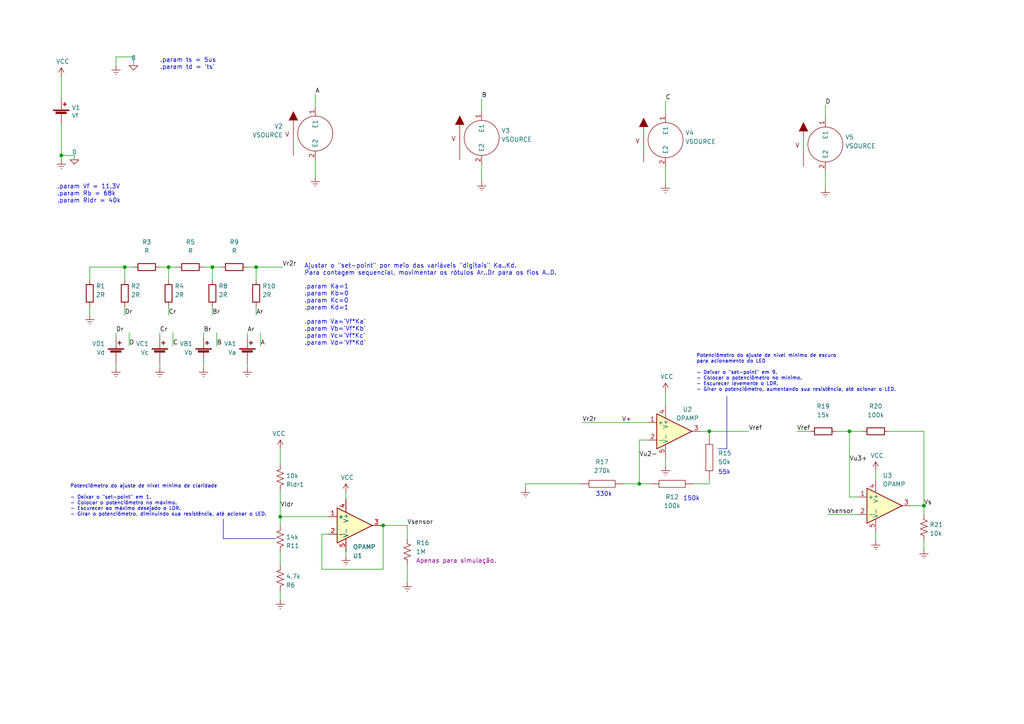
<source format=kicad_sch>
(kicad_sch (version 20230121) (generator eeschema)
  (paper "A4")
  (lib_symbols
    (symbol "Device:Battery_Cell" (pin_numbers hide) (pin_names (offset 0) hide)
      (property "Reference" "BT" (at 2.54 2.54 0))
      (property "Value" "Battery_Cell" (at 2.54 0 0))
      (symbol "Battery_Cell_0_1"
        (rectangle (start -2.286 1.778) (end 2.286 1.524) (fill (type outline)))
        (rectangle (start -1.5748 1.1938) (end 1.4732 0.6858) (fill (type outline)))
        (polyline (pts (xy 0 0.762) (xy 0 0)))
        (polyline (pts (xy 0 1.778) (xy 0 2.54)))
        (polyline (pts (xy 0.508 3.429) (xy 1.524 3.429)) (stroke (width 0.254)))
        (polyline (pts (xy 1.016 3.937) (xy 1.016 2.921)) (stroke (width 0.254)))
      )
      (symbol "Battery_Cell_1_1"
        (pin passive line (at 0 5.08 270) (length 2.54) (name "+") (number "1"))
        (pin passive line (at 0 -2.54 90) (length 2.54) (name "-") (number "2"))
      )
    )
    (symbol "Device:R" (pin_numbers hide) (pin_names (offset 0))
      (property "Reference" "R" (at 2.032 0 90))
      (property "Value" "R" (at 0 0 90))
      (symbol "R_0_1"
        (rectangle (start -1.016 -2.54) (end 1.016 2.54) (stroke (width 0.254)))
      )
      (symbol "R_1_1"
        (pin passive line (at 0 3.81 270) (length 1.27) (name "~") (number "1"))
        (pin passive line (at 0 -3.81 90) (length 1.27) (name "~") (number "2"))
      )
    )
    (symbol "Device:R_US" (pin_numbers hide) (pin_names (offset 0))
      (property "Reference" "R" (at 2.54 0 90))
      (property "Value" "R_US" (at -2.54 0 90))
      (symbol "R_US_0_1"
        (polyline (pts (xy 0 -2.286) (xy 0 -2.54)))
        (polyline (pts (xy 0 2.286) (xy 0 2.54)))
        (polyline (pts (xy 0 -0.762) (xy 1.016 -1.143) (xy 0 -1.524) (xy -1.016 -1.905) (xy 0 -2.286)))
        (polyline (pts (xy 0 0.762) (xy 1.016 0.381) (xy 0 0) (xy -1.016 -0.381) (xy 0 -0.762)))
        (polyline (pts (xy 0 2.286) (xy 1.016 1.905) (xy 0 1.524) (xy -1.016 1.143) (xy 0 0.762)))
      )
      (symbol "R_US_1_1"
        (pin passive line (at 0 3.81 270) (length 1.27) (name "~") (number "1"))
        (pin passive line (at 0 -3.81 90) (length 1.27) (name "~") (number "2"))
      )
    )
    (symbol "Simulation_SPICE:OPAMP" (pin_names (offset 0.254))
      (property "Reference" "U" (at 3.81 3.175 0))
      (property "Value" "OPAMP" (at 3.81 -3.175 0))
      (symbol "OPAMP_0_1"
        (polyline (pts (xy 5.08 0) (xy -5.08 5.08) (xy -5.08 -5.08) (xy 5.08 0)) (stroke (width 0.254)) (fill (type background)))
      )
      (symbol "OPAMP_1_1"
        (pin input line (at -7.62 2.54 0) (length 2.54) (name "+") (number "1"))
        (pin input line (at -7.62 -2.54 0) (length 2.54) (name "-") (number "2"))
        (pin output line (at 7.62 0 180) (length 2.54) (name "~") (number "3"))
        (pin power_in line (at -2.54 7.62 270) (length 3.81) (name "V+") (number "4"))
        (pin power_in line (at -2.54 -7.62 90) (length 3.81) (name "V-") (number "5"))
      )
    )
    (symbol "power:Earth" (power) (pin_names (offset 0))
      (symbol "Earth_0_1"
        (polyline (pts (xy -0.635 -1.905) (xy 0.635 -1.905)))
        (polyline (pts (xy -0.127 -2.54) (xy 0.127 -2.54)))
        (polyline (pts (xy 0 -1.27) (xy 0 0)))
        (polyline (pts (xy 1.27 -1.27) (xy -1.27 -1.27)))
      )
      (symbol "Earth_1_1"
        (pin power_in line (at 0 0 270) (length 0) hide (name "Earth") (number "1"))
      )
    )
    (symbol "power:VCC" (power) (pin_names (offset 0))
      (property "Value" "VCC" (at 0 3.81 0))
      (symbol "VCC_0_1"
        (polyline (pts (xy -0.762 1.27) (xy 0 2.54)))
        (polyline (pts (xy 0 0) (xy 0 2.54)))
        (polyline (pts (xy 0 2.54) (xy 0.762 1.27)))
      )
      (symbol "VCC_1_1"
        (pin power_in line (at 0 0 90) (length 0) hide (name "VCC") (number "1"))
      )
    )
    (symbol "pspice:0" (power) (pin_names (offset 0))
      (property "Value" "0" (at 0 -1.778 0))
      (symbol "0_0_1"
        (polyline (pts (xy -1.27 0) (xy 0 -1.27) (xy 1.27 0) (xy -1.27 0)))
      )
      (symbol "0_1_1"
        (pin power_in line (at 0 0 0) (length 0) hide (name "0") (number "1"))
      )
    )
    (symbol "pspice:R" (pin_numbers hide) (pin_names (offset 0))
      (property "Reference" "R" (at 2.032 0 90))
      (property "Value" "R" (at 0 0 90))
      (symbol "R_0_1"
        (rectangle (start -1.016 3.81) (end 1.016 -3.81))
      )
      (symbol "R_1_1"
        (pin passive line (at 0 6.35 270) (length 2.54) (name "~") (number "1"))
        (pin passive line (at 0 -6.35 90) (length 2.54) (name "~") (number "2"))
      )
    )
    (symbol "pspice:VSOURCE" (pin_names (offset 1.016))
      (property "Reference" "V" (at -6.35 7.62 0))
      (property "Value" "VSOURCE" (at 0 0 0))
      (symbol "VSOURCE_0_1"
        (polyline (pts (xy -6.35 -6.35) (xy -6.35 3.81)) (fill (type outline)))
        (polyline (pts (xy -7.62 3.81) (xy -6.35 6.35) (xy -5.08 3.81)) (fill (type outline)))
        (circle (center 0 0) (radius 5.08))
        (text "V" (at -8.128 -0.254 0) (effects (font (size 1.27 1.27))))
      )
      (symbol "VSOURCE_1_1"
        (pin input line (at 0 7.62 270) (length 2.54) (name "E1") (number "1"))
        (pin input line (at 0 -7.62 90) (length 2.54) (name "E2") (number "2"))
      )
    )
  )
  (junction (at 111.125 152.4))
  (junction (at 36.195 77.47))
  (junction (at 61.595 77.47))
  (junction (at 246.38 125.095))
  (junction (at 267.97 146.685))
  (junction (at 74.295 77.47))
  (junction (at 17.78 45.085))
  (junction (at 81.28 149.86))
  (junction (at 185.42 140.335))
  (junction (at 48.895 77.47))
  (junction (at 205.74 125.095))
  (wire (pts (xy 254 154.305) (xy 254 156.845)))
  (wire (pts (xy 110.49 152.4) (xy 111.125 152.4)))
  (wire (pts (xy 26.035 77.47) (xy 36.195 77.47)))
  (wire (pts (xy 193.04 113.665) (xy 193.04 117.475)))
  (wire (pts (xy 62.865 100.33) (xy 62.865 96.52)))
  (wire (pts (xy 205.74 125.095) (xy 205.74 126.365)))
  (wire (pts (xy 59.055 77.47) (xy 61.595 77.47)))
  (wire (pts (xy 152.4 141.605) (xy 152.4 140.335)))
  (wire (pts (xy 93.345 154.94) (xy 93.345 165.1)))
  (wire (pts (xy 33.655 105.41) (xy 33.655 106.68)))
  (wire (pts (xy 257.81 125.095) (xy 267.97 125.095)))
  (wire (pts (xy 100.33 142.875) (xy 100.33 144.78)))
  (wire (pts (xy 48.895 88.9) (xy 48.895 91.44)))
  (wire (pts (xy 267.97 156.845) (xy 267.97 159.385)))
  (wire (pts (xy 50.165 100.33) (xy 50.165 96.52)))
  (wire (pts (xy 254 136.525) (xy 254 139.065)))
  (wire (pts (xy 21.59 45.085) (xy 21.59 46.355)))
  (wire (pts (xy 239.395 30.48) (xy 239.395 34.29)))
  (wire (pts (xy 71.755 77.47) (xy 74.295 77.47)))
  (wire (pts (xy 81.28 173.99) (xy 81.28 171.45)))
  (wire (pts (xy 26.035 91.44) (xy 26.035 88.9)))
  (wire (pts (xy 74.295 77.47) (xy 74.295 81.28)))
  (wire (pts (xy 61.595 77.47) (xy 64.135 77.47)))
  (wire (pts (xy 74.295 77.47) (xy 81.915 77.47)))
  (wire (pts (xy 59.055 96.52) (xy 59.055 97.79)))
  (wire (pts (xy 118.11 163.83) (xy 118.11 168.91)))
  (wire (pts (xy 193.04 135.255) (xy 193.04 132.715)))
  (wire (pts (xy 240.03 149.225) (xy 248.92 149.225)))
  (wire (pts (xy 139.7 47.625) (xy 139.7 52.705)))
  (polyline (pts (xy 208.28 130.175) (xy 210.82 130.175)))
  (wire (pts (xy 59.055 105.41) (xy 59.055 106.68)))
  (wire (pts (xy 71.755 105.41) (xy 71.755 106.68)))
  (wire (pts (xy 205.74 125.095) (xy 217.17 125.095)))
  (wire (pts (xy 111.125 152.4) (xy 118.11 152.4)))
  (wire (pts (xy 81.28 152.4) (xy 81.28 149.86)))
  (wire (pts (xy 75.565 96.52) (xy 75.565 100.33)))
  (wire (pts (xy 168.91 122.555) (xy 187.96 122.555)))
  (wire (pts (xy 33.655 96.52) (xy 33.655 97.79)))
  (wire (pts (xy 36.195 88.9) (xy 36.195 91.44)))
  (wire (pts (xy 74.295 88.9) (xy 74.295 91.44)))
  (wire (pts (xy 36.195 77.47) (xy 38.735 77.47)))
  (wire (pts (xy 239.395 49.53) (xy 239.395 54.61)))
  (wire (pts (xy 26.035 81.28) (xy 26.035 77.47)))
  (wire (pts (xy 246.38 125.095) (xy 250.19 125.095)))
  (polyline (pts (xy 210.82 114.935) (xy 210.82 130.175)))
  (wire (pts (xy 71.755 96.52) (xy 71.755 97.79)))
  (wire (pts (xy 38.735 16.51) (xy 38.735 19.05)))
  (wire (pts (xy 17.78 45.085) (xy 21.59 45.085)))
  (wire (pts (xy 231.14 125.095) (xy 234.95 125.095)))
  (wire (pts (xy 48.895 81.28) (xy 48.895 77.47)))
  (wire (pts (xy 193.04 29.21) (xy 193.04 33.02)))
  (wire (pts (xy 81.28 134.62) (xy 81.28 130.175)))
  (wire (pts (xy 185.42 140.335) (xy 185.42 127.635)))
  (wire (pts (xy 46.355 96.52) (xy 46.355 97.79)))
  (wire (pts (xy 152.4 140.335) (xy 168.275 140.335)))
  (wire (pts (xy 61.595 88.9) (xy 61.595 91.44)))
  (wire (pts (xy 246.38 144.145) (xy 246.38 125.095)))
  (wire (pts (xy 81.28 149.86) (xy 81.28 142.24)))
  (wire (pts (xy 33.655 19.05) (xy 33.655 16.51)))
  (wire (pts (xy 81.28 149.86) (xy 95.25 149.86)))
  (wire (pts (xy 81.28 163.83) (xy 81.28 160.02)))
  (wire (pts (xy 93.345 165.1) (xy 111.125 165.1)))
  (wire (pts (xy 17.78 46.355) (xy 17.78 45.085)))
  (wire (pts (xy 91.44 27.305) (xy 91.44 31.115)))
  (wire (pts (xy 203.2 125.095) (xy 205.74 125.095)))
  (wire (pts (xy 180.975 140.335) (xy 185.42 140.335)))
  (wire (pts (xy 33.655 16.51) (xy 38.735 16.51)))
  (wire (pts (xy 242.57 125.095) (xy 246.38 125.095)))
  (wire (pts (xy 17.78 36.195) (xy 17.78 45.085)))
  (polyline (pts (xy 64.77 150.495) (xy 64.77 156.21)))
  (wire (pts (xy 193.04 48.26) (xy 193.04 53.34)))
  (wire (pts (xy 37.465 100.33) (xy 37.465 96.52)))
  (wire (pts (xy 185.42 140.335) (xy 188.595 140.335)))
  (wire (pts (xy 205.74 139.065) (xy 205.74 140.335)))
  (wire (pts (xy 100.33 160.02) (xy 100.33 161.29)))
  (wire (pts (xy 139.7 28.575) (xy 139.7 32.385)))
  (wire (pts (xy 46.355 105.41) (xy 46.355 106.68)))
  (wire (pts (xy 95.25 154.94) (xy 93.345 154.94)))
  (wire (pts (xy 91.44 46.355) (xy 91.44 51.435)))
  (wire (pts (xy 267.97 125.095) (xy 267.97 146.685)))
  (polyline (pts (xy 80.01 156.21) (xy 64.77 156.21)))
  (wire (pts (xy 36.195 81.28) (xy 36.195 77.47)))
  (wire (pts (xy 46.355 77.47) (xy 48.895 77.47)))
  (wire (pts (xy 111.125 165.1) (xy 111.125 152.4)))
  (wire (pts (xy 185.42 127.635) (xy 187.96 127.635)))
  (wire (pts (xy 201.295 140.335) (xy 205.74 140.335)))
  (wire (pts (xy 248.92 144.145) (xy 246.38 144.145)))
  (wire (pts (xy 264.16 146.685) (xy 267.97 146.685)))
  (wire (pts (xy 48.895 77.47) (xy 51.435 77.47)))
  (wire (pts (xy 61.595 81.28) (xy 61.595 77.47)))
  (wire (pts (xy 118.11 152.4) (xy 118.11 156.21)))
  (wire (pts (xy 267.97 146.685) (xy 267.97 149.225)))
  (wire (pts (xy 17.78 28.575) (xy 17.78 22.225)))
  (text "Potenciômetro do ajuste de nível mínimo de escuro\npara acionamento do LED\n\n- Deixar o \"set-point\" em 9.\n- Colocar o potenciômetro no mínimo.\n- Escurecer levemente o LDR.\n- Girar o potenciômetro, aumentando sua resistência, até acionar o LED." (at 201.93 113.665 0) (effects (font (size 1.016 1.016)) (justify left bottom)))
  (text ".param Ka=1\n.param Kb=0\n.param Kc=0\n.param Kd=1\n\n.param Va='Vf*Ka'\n.param Vb='Vf*Kb'\n.param Vc='Vf*Kc'\n.param Vd='Vf*Kd'" (at 88.265 100.33 0) (effects (font (size 1.27 1.27)) (justify left bottom)))
  (text ".param Vf = 11.3V\n.param Rb = 68k\n.param Rldr = 40k" (at 16.51 59.055 0) (effects (font (size 1.27 1.27)) (justify left bottom)))
  (text "150k" (at 198.12 145.415 0) (effects (font (size 1.27 1.27)) (justify left bottom)))
  (text ".param ts = 5us\n.param td = 'ts'" (at 46.355 20.32 0) (effects (font (size 1.27 1.27)) (justify left bottom)))
  (text "330k" (at 172.72 144.145 0) (effects (font (size 1.27 1.27)) (justify left bottom)))
  (text "Potenciômetro do ajuste de nível mínimo de claridade\n\n- Deixar o \"set-point\" em 1.\n- Colocar o potenciômetro no máximo.\n- Escurecer ao máximo desejado o LDR.\n- Girar o potenciômetro, diminuindo sua resistência, até acionar o LED." (at 20.32 149.86 0) (effects (font (size 1.016 1.016)) (justify left bottom)))
  (text "Ajustar o \"set-point\" por meio das variáveis \"digitais\" Ka..Kd.\nPara contagem sequencial, movimentar os rótulos Ar..Dr para os fios A..D." (at 88.265 80.01 0) (effects (font (size 1.27 1.27)) (justify left bottom)))
  (text "55k" (at 208.28 137.795 0) (effects (font (size 1.27 1.27)) (justify left bottom)))
  (label "Ar" (at 71.755 96.52 0))
  (label "A" (at 75.565 100.33 0))
  (label "V+" (at 180.34 122.555 0))
  (label "Vsensor" (at 240.03 149.225 0))
  (label "Vldr" (at 81.28 147.32 0))
  (label "D" (at 239.395 30.48 0))
  (label "Vu3+" (at 246.38 133.985 0))
  (label "Vsensor" (at 118.11 152.4 0))
  (label "Br" (at 59.055 96.52 0))
  (label "Vu2-" (at 185.42 132.715 0))
  (label "C" (at 50.165 100.33 0))
  (label "Ar" (at 74.295 91.44 0))
  (label "Vref" (at 217.17 125.095 0))
  (label "Cr" (at 48.895 91.44 0))
  (label "Dr" (at 36.195 91.44 0))
  (label "C" (at 193.04 29.21 0))
  (label "Vr2r" (at 168.91 122.555 0))
  (label "Vref" (at 231.14 125.095 0))
  (label "A" (at 91.44 27.305 0))
  (label "Vs" (at 267.97 146.685 0))
  (label "Vr2r" (at 81.915 77.47 0))
  (label "Br" (at 61.595 91.44 0))
  (label "D" (at 37.465 100.33 0))
  (label "Dr" (at 33.655 96.52 0))
  (label "B" (at 62.865 100.33 0))
  (label "B" (at 139.7 28.575 0))
  (label "Cr" (at 46.355 96.52 0))
  (symbol (lib_id "pspice:VSOURCE") (at 91.44 38.735 0) (unit 1)
    (property "Reference" "V2" (at 82.0533 36.6319 0) (effects (justify right)))
    (property "Value" "VSOURCE" (at 82.0533 39.1688 0) (effects (justify right)))
    (property "Sim.Device" "SPICE" (effects hide))
    (property "Sim.Params" "type=\"V\" model=\"dc Vf pwl(0 0 50m 0 '50m+ts' Vf 62.5m Vf '62.5m+td' 0 r =0)\" lib=\"\"" (effects hide))
    (property "Sim.Pins" "1=1 2=2" (effects hide))
  )
  (symbol (lib_id "pspice:0") (at 38.735 19.05 0) (unit 1)
    (property "Reference" "#GND02" (effects hide))
    (property "Value" "0" (at 38.735 16.7894 0))
  )
  (symbol (lib_id "power:Earth") (at 33.655 19.05 0) (unit 1)
    (property "Reference" "#PWR05" (effects hide))
    (property "Value" "Earth" (effects hide))
  )
  (symbol (lib_id "power:Earth") (at 91.44 51.435 0) (unit 1)
    (property "Reference" "#PWR06" (effects hide))
    (property "Value" "Earth" (effects hide))
  )
  (symbol (lib_id "power:Earth") (at 193.04 135.255 0) (unit 1)
    (property "Reference" "#PWR026" (effects hide))
    (property "Value" "Earth" (effects hide))
  )
  (symbol (lib_id "Device:R") (at 42.545 77.47 270) (unit 1)
    (property "Reference" "R3" (at 42.545 70.2174 90))
    (property "Value" "R" (at 42.545 72.7543 90))
    (property "Sim.Device" "SPICE" (effects hide))
    (property "Sim.Params" "type=\"R\" model=\"11k\" lib=\"\"" (effects hide))
    (property "Sim.Pins" "1=1 2=2" (effects hide))
  )
  (symbol (lib_id "Device:R") (at 26.035 85.09 0) (unit 1)
    (property "Reference" "R1" (at 27.813 82.9869 0) (effects (justify left)))
    (property "Value" "2R" (at 27.813 85.5238 0) (effects (justify left)))
    (property "Sim.Device" "SPICE" (effects hide))
    (property "Sim.Params" "type=\"R\" model=\"22k\" lib=\"\"" (effects hide))
    (property "Sim.Pins" "1=1 2=2" (effects hide))
  )
  (symbol (lib_id "power:Earth") (at 26.035 91.44 0) (unit 1)
    (property "Reference" "#PWR01" (effects hide))
    (property "Value" "Earth" (effects hide))
  )
  (symbol (lib_id "pspice:VSOURCE") (at 139.7 40.005 0) (unit 1)
    (property "Reference" "V3" (at 145.415 37.9019 0) (effects (justify left)))
    (property "Value" "VSOURCE" (at 145.415 40.4388 0) (effects (justify left)))
    (property "Sim.Device" "SPICE" (effects hide))
    (property "Sim.Params" "type=\"V\" model=\"dc Vf pwl(0 0 25m 0 '25m+ts' Vf 50m Vf  '50m+td' 0 62.5m 0 r=0)\" lib=\"\"" (effects hide))
    (property "Sim.Pins" "1=1 2=2" (effects hide))
  )
  (symbol (lib_id "power:Earth") (at 139.7 52.705 0) (unit 1)
    (property "Reference" "#PWR011" (effects hide))
    (property "Value" "Earth" (effects hide))
  )
  (symbol (lib_id "pspice:VSOURCE") (at 193.04 40.64 0) (unit 1)
    (property "Reference" "V4" (at 198.755 38.5369 0) (effects (justify left)))
    (property "Value" "VSOURCE" (at 198.755 41.0738 0) (effects (justify left)))
    (property "Sim.Device" "SPICE" (effects hide))
    (property "Sim.Params" "type=\"V\" model=\"dc Vf pwl(0 0 12.5m 0 '12.5m+ts' Vf 25m Vf '25m+td' 0 37.5m 0 '37.5m+ts' Vf 50m Vf '50m+td' 0 62.5m 0 r =0)\" lib=\"\"" (effects hide))
    (property "Sim.Pins" "1=1 2=2" (effects hide))
  )
  (symbol (lib_id "power:Earth") (at 193.04 53.34 0) (unit 1)
    (property "Reference" "#PWR017" (effects hide))
    (property "Value" "Earth" (effects hide))
  )
  (symbol (lib_id "pspice:VSOURCE") (at 239.395 41.91 0) (unit 1)
    (property "Reference" "V5" (at 245.1099 39.8069 0) (effects (justify left)))
    (property "Value" "VSOURCE" (at 245.1099 42.3438 0) (effects (justify left)))
    (property "Sim.Device" "SPICE" (effects hide))
    (property "Sim.Params" "type=\"V\" model=\"dc Vf pulse(0 Vf 6.25m ts td 6.25m 12.5m)\" lib=\"\"" (effects hide))
    (property "Sim.Pins" "1=1 2=2" (effects hide))
  )
  (symbol (lib_id "power:Earth") (at 239.395 54.61 0) (unit 1)
    (property "Reference" "#PWR022" (effects hide))
    (property "Value" "Earth" (effects hide))
  )
  (symbol (lib_id "Device:R_US") (at 81.28 138.43 0) (mirror x) (unit 1)
    (property "Reference" "Rldr1" (at 82.931 140.5331 0) (effects (justify left)))
    (property "Value" "10k" (at 82.931 137.9962 0) (effects (justify left)))
    (property "Sim.Device" "R" (effects hide))
    (property "Sim.Pins" "1=+ 2=-" (effects hide))
  )
  (symbol (lib_id "Device:Battery_Cell") (at 59.055 102.87 0) (unit 1)
    (property "Reference" "VB1" (at 55.88 99.695 0) (effects (justify right)))
    (property "Value" "Vb" (at 55.88 102.235 0) (effects (justify right)))
    (property "Sim.Device" "V" (effects hide))
    (property "Sim.Type" "DC" (effects hide))
    (property "Sim.Pins" "1=+ 2=-" (effects hide))
    (property "Sim.Params" "dc=Vb ac=Vb ph=0" (effects hide))
  )
  (symbol (lib_id "power:VCC") (at 17.78 22.225 0) (unit 1)
    (property "Reference" "#PWR02" (effects hide))
    (property "Value" "VCC" (at 18.161 17.8308 0))
  )
  (symbol (lib_id "Device:R") (at 67.945 77.47 270) (unit 1)
    (property "Reference" "R9" (at 67.945 70.2174 90))
    (property "Value" "R" (at 67.945 72.7543 90))
    (property "Sim.Device" "SPICE" (effects hide))
    (property "Sim.Params" "type=\"R\" model=\"11k\" lib=\"\"" (effects hide))
    (property "Sim.Pins" "1=1 2=2" (effects hide))
  )
  (symbol (lib_id "Device:R") (at 48.895 85.09 0) (unit 1)
    (property "Reference" "R4" (at 50.673 82.9869 0) (effects (justify left)))
    (property "Value" "2R" (at 50.673 85.5238 0) (effects (justify left)))
    (property "Sim.Device" "SPICE" (effects hide))
    (property "Sim.Params" "type=\"R\" model=\"22k\" lib=\"\"" (effects hide))
    (property "Sim.Pins" "1=1 2=2" (effects hide))
  )
  (symbol (lib_id "power:VCC") (at 254 136.525 0) (unit 1)
    (property "Reference" "#PWR028" (effects hide))
    (property "Value" "VCC" (at 254.381 132.1308 0))
  )
  (symbol (lib_id "power:Earth") (at 33.655 106.68 0) (unit 1)
    (property "Reference" "#PWR04" (effects hide))
    (property "Value" "Earth" (effects hide))
  )
  (symbol (lib_id "Device:R") (at 36.195 85.09 0) (unit 1)
    (property "Reference" "R2" (at 37.973 82.9869 0) (effects (justify left)))
    (property "Value" "2R" (at 37.973 85.5238 0) (effects (justify left)))
    (property "Sim.Device" "SPICE" (effects hide))
    (property "Sim.Params" "type=\"R\" model=\"22k\" lib=\"\"" (effects hide))
    (property "Sim.Pins" "1=1 2=2" (effects hide))
  )
  (symbol (lib_id "Device:R_US") (at 267.97 153.035 180) (unit 1)
    (property "Reference" "R21" (at 269.621 152.2003 0) (effects (justify right)))
    (property "Value" "10k" (at 269.621 154.7372 0) (effects (justify right)))
    (property "Sim.Device" "SPICE" (effects hide))
    (property "Sim.Params" "type=\"R\" model=\"1M\" lib=\"\"" (effects hide))
    (property "Sim.Pins" "1=1 2=2" (effects hide))
  )
  (symbol (lib_id "Device:R_US") (at 81.28 156.21 0) (mirror x) (unit 1)
    (property "Reference" "R11" (at 82.931 158.3131 0) (effects (justify left)))
    (property "Value" "14k" (at 82.931 155.7762 0) (effects (justify left)))
    (property "Sim.Device" "R" (effects hide))
    (property "Sim.Pins" "1=+ 2=-" (effects hide))
  )
  (symbol (lib_id "power:VCC") (at 100.33 142.875 0) (unit 1)
    (property "Reference" "#PWR021" (effects hide))
    (property "Value" "VCC" (at 100.711 138.4808 0))
  )
  (symbol (lib_id "Device:Battery_Cell") (at 71.755 102.87 0) (unit 1)
    (property "Reference" "VA1" (at 68.58 99.695 0) (effects (justify right)))
    (property "Value" "Va" (at 68.58 102.235 0) (effects (justify right)))
    (property "Sim.Device" "V" (effects hide))
    (property "Sim.Type" "DC" (effects hide))
    (property "Sim.Pins" "1=+ 2=-" (effects hide))
    (property "Sim.Params" "dc=Va ac=Va ph=0" (effects hide))
  )
  (symbol (lib_id "Device:R") (at 55.245 77.47 270) (unit 1)
    (property "Reference" "R5" (at 55.245 70.2174 90))
    (property "Value" "R" (at 55.245 72.7543 90))
    (property "Sim.Device" "SPICE" (effects hide))
    (property "Sim.Params" "type=\"R\" model=\"11k\" lib=\"\"" (effects hide))
    (property "Sim.Pins" "1=1 2=2" (effects hide))
  )
  (symbol (lib_id "power:VCC") (at 193.04 113.665 0) (unit 1)
    (property "Reference" "#PWR025" (effects hide))
    (property "Value" "VCC" (at 193.421 109.2708 0))
  )
  (symbol (lib_id "Device:R") (at 74.295 85.09 0) (unit 1)
    (property "Reference" "R10" (at 76.073 82.9869 0) (effects (justify left)))
    (property "Value" "2R" (at 76.073 85.5238 0) (effects (justify left)))
    (property "Sim.Device" "SPICE" (effects hide))
    (property "Sim.Params" "type=\"R\" model=\"22k\" lib=\"\"" (effects hide))
    (property "Sim.Pins" "1=1 2=2" (effects hide))
  )
  (symbol (lib_id "power:Earth") (at 71.755 106.68 0) (unit 1)
    (property "Reference" "#PWR019" (effects hide))
    (property "Value" "Earth" (effects hide))
  )
  (symbol (lib_id "Device:R") (at 238.76 125.095 90) (unit 1)
    (property "Reference" "R19" (at 238.76 117.8424 90))
    (property "Value" "15k" (at 238.76 120.3793 90))
    (property "Sim.Device" "R" (effects hide))
    (property "Sim.Pins" "1=+ 2=-" (effects hide))
  )
  (symbol (lib_id "power:Earth") (at 17.78 46.355 0) (unit 1)
    (property "Reference" "#PWR03" (effects hide))
    (property "Value" "Earth" (effects hide))
  )
  (symbol (lib_id "power:Earth") (at 59.055 106.68 0) (unit 1)
    (property "Reference" "#PWR010" (effects hide))
    (property "Value" "Earth" (effects hide))
  )
  (symbol (lib_id "Device:R") (at 61.595 85.09 0) (unit 1)
    (property "Reference" "R8" (at 63.373 82.9869 0) (effects (justify left)))
    (property "Value" "2R" (at 63.373 85.5238 0) (effects (justify left)))
    (property "Sim.Device" "SPICE" (effects hide))
    (property "Sim.Params" "type=\"R\" model=\"22k\" lib=\"\"" (effects hide))
    (property "Sim.Pins" "1=1 2=2" (effects hide))
  )
  (symbol (lib_id "pspice:R") (at 194.945 140.335 270) (unit 1)
    (property "Reference" "R12" (at 194.945 144.145 90))
    (property "Value" "100k" (at 194.945 146.685 90))
    (property "Sim.Device" "R" (effects hide))
    (property "Sim.Pins" "1=+ 2=-" (effects hide))
  )
  (symbol (lib_id "power:Earth") (at 254 156.845 0) (mirror y) (unit 1)
    (property "Reference" "#PWR029" (effects hide))
    (property "Value" "Earth" (effects hide))
  )
  (symbol (lib_id "pspice:R") (at 174.625 140.335 270) (unit 1)
    (property "Reference" "R17" (at 174.625 133.985 90))
    (property "Value" "270k" (at 174.625 136.525 90))
    (property "Sim.Device" "R" (effects hide))
    (property "Sim.Pins" "1=+ 2=-" (effects hide))
  )
  (symbol (lib_id "Simulation_SPICE:OPAMP") (at 102.87 152.4 0) (unit 1)
    (property "Reference" "U1" (at 102.3494 161.1798 0) (effects (justify left)))
    (property "Value" "OPAMP" (at 102.3494 158.6429 0) (effects (justify left)))
    (property "Sim.Library" "/home/mpt/Documentos/Projetos/kicad-libraries/kicad-spice-library/Models/uncategorized/spice_complete/NATBJT.LIB" (effects hide))
    (property "Sim.Name" "LM324N" (effects hide))
    (property "Sim.Pins" "1=1 2=2 4=3 5=4 3=5" (effects hide))
  )
  (symbol (lib_id "Device:Battery_Cell") (at 46.355 102.87 0) (unit 1)
    (property "Reference" "VC1" (at 43.18 99.695 0) (effects (justify right)))
    (property "Value" "Vc" (at 43.18 102.235 0) (effects (justify right)))
    (property "Sim.Device" "V" (effects hide))
    (property "Sim.Type" "DC" (effects hide))
    (property "Sim.Pins" "1=+ 2=-" (effects hide))
    (property "Sim.Params" "dc=Vc ac=Vc ph=0" (effects hide))
  )
  (symbol (lib_id "Device:R_US") (at 81.28 167.64 0) (mirror x) (unit 1)
    (property "Reference" "R6" (at 82.931 169.7431 0) (effects (justify left)))
    (property "Value" "4.7k" (at 82.931 167.2062 0) (effects (justify left)))
    (property "Sim.Device" "R" (effects hide))
    (property "Sim.Pins" "1=+ 2=-" (effects hide))
  )
  (symbol (lib_id "power:VCC") (at 81.28 130.175 0) (mirror y) (unit 1)
    (property "Reference" "#PWR013" (effects hide))
    (property "Value" "VCC" (at 80.899 125.7808 0))
  )
  (symbol (lib_id "pspice:0") (at 21.59 46.355 0) (unit 1)
    (property "Reference" "#GND01" (effects hide))
    (property "Value" "0" (at 21.59 44.0944 0))
  )
  (symbol (lib_id "Simulation_SPICE:OPAMP") (at 195.58 125.095 0) (unit 1)
    (property "Reference" "U2" (at 199.39 118.745 0))
    (property "Value" "OPAMP" (at 199.39 121.285 0))
    (property "Sim.Library" "/home/mpt/Documentos/Projetos/kicad-libraries/kicad-spice-library/Models/uncategorized/spice_complete/NATBJT.LIB" (effects hide))
    (property "Sim.Name" "LM324N" (effects hide))
    (property "Sim.Pins" "1=1 2=2 4=3 5=4 3=5" (effects hide))
  )
  (symbol (lib_id "pspice:R") (at 205.74 132.715 0) (unit 1)
    (property "Reference" "R15" (at 208.28 131.445 0) (effects (justify left)))
    (property "Value" "50k" (at 208.28 133.985 0) (effects (justify left)))
    (property "Sim.Device" "R" (effects hide))
    (property "Sim.Pins" "1=+ 2=-" (effects hide))
  )
  (symbol (lib_id "Device:Battery_Cell") (at 17.78 33.655 0) (unit 1)
    (property "Reference" "V1" (at 20.7772 31.2166 0) (effects (justify left)))
    (property "Value" "Vf" (at 20.7772 33.528 0) (effects (justify left)))
    (property "Sim.Device" "V" (effects hide))
    (property "Sim.Type" "DC" (effects hide))
    (property "Sim.Pins" "1=+ 2=-" (effects hide))
  )
  (symbol (lib_id "Device:Battery_Cell") (at 33.655 102.87 0) (unit 1)
    (property "Reference" "VD1" (at 30.48 99.695 0) (effects (justify right)))
    (property "Value" "Vd" (at 30.48 102.235 0) (effects (justify right)))
    (property "Sim.Device" "V" (effects hide))
    (property "Sim.Type" "DC" (effects hide))
    (property "Sim.Pins" "1=+ 2=-" (effects hide))
    (property "Sim.Params" "dc=Vd ac=Vd ph=0" (effects hide))
  )
  (symbol (lib_id "power:Earth") (at 118.11 168.91 0) (unit 1)
    (property "Reference" "#PWR023" (effects hide))
    (property "Value" "Earth" (effects hide))
  )
  (symbol (lib_id "power:Earth") (at 81.28 173.99 0) (mirror y) (unit 1)
    (property "Reference" "#PWR014" (effects hide))
    (property "Value" "Earth" (effects hide))
  )
  (symbol (lib_id "Device:R") (at 254 125.095 90) (unit 1)
    (property "Reference" "R20" (at 254 117.8424 90))
    (property "Value" "100k" (at 254 120.3793 90))
    (property "Sim.Device" "R" (effects hide))
    (property "Sim.Pins" "1=+ 2=-" (effects hide))
  )
  (symbol (lib_id "power:Earth") (at 152.4 141.605 0) (unit 1)
    (property "Reference" "#PWR018" (effects hide))
    (property "Value" "Earth" (effects hide))
  )
  (symbol (lib_id "Device:R_US") (at 118.11 160.02 180) (unit 1)
    (property "Reference" "R16" (at 120.65 157.48 0) (effects (justify right)))
    (property "Value" "1M" (at 120.65 160.02 0) (effects (justify right)))
    (property "Sim.Device" "SPICE" (effects hide))
    (property "Sim.Params" "type=\"R\" model=\"1M\" lib=\"\"" (effects hide))
    (property "Sim.Pins" "1=1 2=2" (effects hide))
    (property "Observação" "Apenas para simulação." (at 120.65 162.56 0) (effects (justify right)))
  )
  (symbol (lib_id "power:Earth") (at 100.33 161.29 0) (unit 1)
    (property "Reference" "#PWR020" (effects hide))
    (property "Value" "Earth" (effects hide))
  )
  (symbol (lib_id "power:Earth") (at 267.97 159.385 0) (unit 1)
    (property "Reference" "#PWR030" (effects hide))
    (property "Value" "Earth" (effects hide))
  )
  (symbol (lib_id "power:Earth") (at 46.355 106.68 0) (unit 1)
    (property "Reference" "#PWR08" (effects hide))
    (property "Value" "Earth" (effects hide))
  )
  (symbol (lib_id "Simulation_SPICE:OPAMP") (at 256.54 146.685 0) (unit 1)
    (property "Reference" "U3" (at 256.0194 137.9052 0) (effects (justify left)))
    (property "Value" "OPAMP" (at 256.0194 140.4421 0) (effects (justify left)))
    (property "Sim.Library" "/home/mpt/Documentos/Projetos/kicad-libraries/kicad-spice-library/Models/uncategorized/spice_complete/NATBJT.LIB" (effects hide))
    (property "Sim.Name" "LM324N" (effects hide))
    (property "Sim.Pins" "1=1 2=2 4=3 5=4 3=5" (effects hide))
  )
)
</source>
